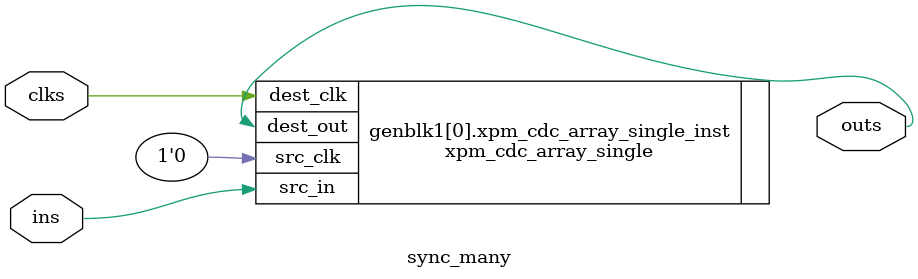
<source format=v>

`timescale 1 ns / 1 ps

	module sync_many #
	(
		parameter integer WIDTH	= 1,
		parameter integer SYNC_FF = 2
	)
	(
        input [WIDTH-1 :0] clks,
        input [WIDTH-1 :0] ins,
        output [WIDTH-1 :0] outs
	);

genvar i;
generate
    for (i=0; i < WIDTH; i = i + 1) begin
        xpm_cdc_array_single #(
            .DEST_SYNC_FF(2),
            .INIT_SYNC_FF(1),
            .SIM_ASSERT_CHK(0),
            .SRC_INPUT_REG(0),
            .WIDTH(1)
        )
        xpm_cdc_array_single_inst (
            .dest_out(outs[i]),
            .dest_clk(clks[i]),
            .src_clk(1'b0), // just to remove the warning messages
            .src_in(ins[i])
        );
    end
    endgenerate

endmodule

</source>
